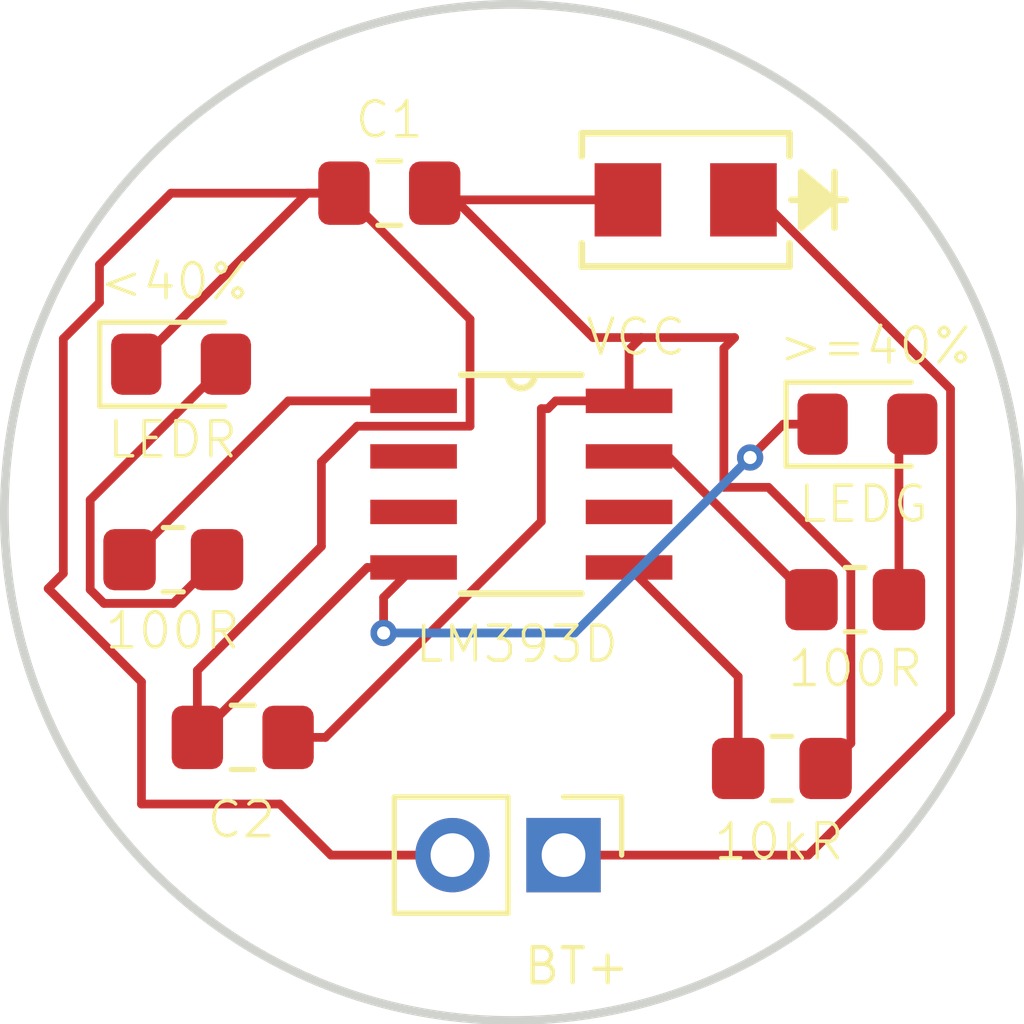
<source format=kicad_pcb>
(kicad_pcb (version 20240108) (generator "pcbnew") (generator_version "8.0")
  (layers (0 "F.Cu" signal) (31 "B.Cu" signal) (34 "B.Paste" user) (35 "F.Paste" user) (36 "B.SilkS" user "B.Silkscreen") (37 "F.SilkS" user "F.Silkscreen") (38 "B.Mask" user) (39 "F.Mask" user) (44 "Edge.Cuts" user))
  (net 0 "")
  (net 1 "Net-(D1-A)")
  (net 2 "Net-(D2-K)")
  (net 4 "Net-(D1-K)")
  (net 6 "Net-(D2-A)")
  (net 8 "Net-(D3-A)")
  (net 9 "Net-(U1-2OUT)")
  (net 10 "Net-(U1-1OUT)")
  (net 11 "Net-(U1-2IN+)")
  (footprint "SS14_Schottky:DO-214AC_VIS" (layer "F.Cu") (at 151.9428 93.2688 180)
    (property "Reference" "D1" (hide yes))
    (property "Value" "Schottky_Diode" (hide yes))
    (fp_line (start 2.3749 1.524) (end 2.3749 0.997553) (stroke (width 0.1524)) (layer "F.SilkS"))
    (fp_line (start 2.3749 -0.997553) (end 2.3749 -1.524) (stroke (width 0.1524)) (layer "F.SilkS"))
    (fp_line (start 2.3749 -1.524) (end -2.3749 -1.524) (stroke (width 0.1524)) (layer "F.SilkS"))
    (fp_line (start -2.3749 1.524) (end 2.3749 1.524) (stroke (width 0.1524)) (layer "F.SilkS"))
    (fp_line (start -2.3749 0.997553) (end -2.3749 1.524) (stroke (width 0.1524)) (layer "F.SilkS"))
    (fp_line (start -2.3749 -1.524) (end -2.3749 -0.997553) (stroke (width 0.1524)) (layer "F.SilkS"))
    (fp_line (start -2.41554 0) (end -3.6576 0) (stroke (width 0.1524)) (layer "F.SilkS"))
    (fp_line (start -2.6416 -0.635) (end -2.6416 0.635) (stroke (width 0.1524)) (layer "F.SilkS"))
    (fp_line (start -3.4036 0) (end -2.6416 0.635) (stroke (width 0.1524)) (layer "F.SilkS"))
    (fp_line (start -3.4036 0) (end -2.6416 0.508) (stroke (width 0.1524)) (layer "F.SilkS"))
    (fp_line (start -3.4036 0) (end -2.6416 0.381) (stroke (width 0.1524)) (layer "F.SilkS"))
    (fp_line (start -3.4036 0) (end -2.6416 0.254) (stroke (width 0.1524)) (layer "F.SilkS"))
    (fp_line (start -3.4036 0) (end -2.6416 0.127) (stroke (width 0.1524)) (layer "F.SilkS"))
    (fp_line (start -3.4036 0) (end -2.6416 -0.127) (stroke (width 0.1524)) (layer "F.SilkS"))
    (fp_line (start -3.4036 0) (end -2.6416 -0.254) (stroke (width 0.1524)) (layer "F.SilkS"))
    (fp_line (start -3.4036 0) (end -2.6416 -0.381) (stroke (width 0.1524)) (layer "F.SilkS"))
    (fp_line (start -3.4036 0) (end -2.6416 -0.508) (stroke (width 0.1524)) (layer "F.SilkS"))
    (fp_line (start -3.4036 0) (end -2.6416 -0.635) (stroke (width 0.1524)) (layer "F.SilkS"))
    (fp_line (start -3.4036 -0.635) (end -3.4036 0.635) (stroke (width 0.1524)) (layer "F.SilkS"))
    (pad "1" smd rect (at -1.3208 0 180) (size 1.524 1.6764) (layers "F.Cu" "F.Paste" "F.Mask") (net 4 "Net-(D1-K)"))
    (pad "2" smd rect (at 1.3208 0 180) (size 1.524 1.6764) (layers "F.Cu" "F.Paste" "F.Mask") (net 1 "Net-(D1-A)"))
  )
  (footprint "Capacitor_SMD:C_0805_2012Metric_Pad1.18x1.45mm_HandSolder" (layer "F.Cu") (at 141.8121 105.5624)
    (property "Reference" "C2" (at -0.0293 1.8796 0) (layer "F.SilkS") (effects (font (size 0.8 0.8) (thickness 0.08))))
    (property "Value" "Capacitor" (hide yes))
    (fp_line (start -0.261252 -0.735) (end 0.261252 -0.735) (stroke (width 0.12)) (layer "F.SilkS"))
    (fp_line (start -0.261252 0.735) (end 0.261252 0.735) (stroke (width 0.12)) (layer "F.SilkS"))
    (pad "1" smd roundrect (at -1.0375 0) (size 1.175 1.45) (layers "F.Cu" "F.Paste" "F.Mask") (roundrect_rratio 0.212766) (net 2 "Net-(D2-K)"))
    (pad "2" smd roundrect (at 1.0375 0) (size 1.175 1.45) (layers "F.Cu" "F.Paste" "F.Mask") (roundrect_rratio 0.212766) (net 1 "Net-(D1-A)"))
  )
  (footprint "Connector_PinHeader_2.54mm:PinHeader_1x02_P2.54mm_Vertical" (layer "F.Cu") (at 149.1488 108.2548 -90)
    (property "Reference" "J1" (hide yes))
    (property "Value" "BT+" (at 2.54 -0.3048 0) (layer "F.SilkS") (effects (font (size 0.8 0.8) (thickness 0.1) (bold yes))))
    (fp_line (start -1.33 3.87) (end 1.33 3.87) (stroke (width 0.12)) (layer "F.SilkS"))
    (fp_line (start -1.33 1.27) (end -1.33 3.87) (stroke (width 0.12)) (layer "F.SilkS"))
    (fp_line (start -1.33 1.27) (end 1.33 1.27) (stroke (width 0.12)) (layer "F.SilkS"))
    (fp_line (start 1.33 1.27) (end 1.33 3.87) (stroke (width 0.12)) (layer "F.SilkS"))
    (fp_line (start -1.33 0) (end -1.33 -1.33) (stroke (width 0.12)) (layer "F.SilkS"))
    (fp_line (start -1.33 -1.33) (end 0 -1.33) (stroke (width 0.12)) (layer "F.SilkS"))
    (pad "1" thru_hole rect (at 0 0 270) (size 1.7 1.7) (drill 1) (layers "*.Cu" "*.Mask") (net 4 "Net-(D1-K)"))
    (pad "2" thru_hole oval (at 0 2.54 270) (size 1.7 1.7) (drill 1) (layers "*.Cu" "*.Mask") (net 2 "Net-(D2-K)"))
  )
  (footprint "Resistor_SMD:R_0805_2012Metric_Pad1.20x1.40mm_HandSolder" (layer "F.Cu") (at 155.8196 102.4128)
    (property "Reference" "100R" (at 0 1.5748 0) (layer "F.SilkS") (effects (font (size 0.8 0.8) (thickness 0.08))))
    (property "Value" "100R" (hide yes))
    (fp_line (start -0.227064 -0.735) (end 0.227064 -0.735) (stroke (width 0.12)) (layer "F.SilkS"))
    (fp_line (start -0.227064 0.735) (end 0.227064 0.735) (stroke (width 0.12)) (layer "F.SilkS"))
    (pad "1" smd roundrect (at -1 0) (size 1.2 1.4) (layers "F.Cu" "F.Paste" "F.Mask") (roundrect_rratio 0.208333) (net 9 "Net-(U1-2OUT)"))
    (pad "2" smd roundrect (at 1 0) (size 1.2 1.4) (layers "F.Cu" "F.Paste" "F.Mask") (roundrect_rratio 0.208333) (net 8 "Net-(D3-A)"))
  )
  (footprint "LED_SMD:LED_0805_2012Metric_Pad1.15x1.40mm_HandSolder" (layer "F.Cu") (at 156.0994 98.3996)
    (property "Reference" "LEDG" (at -0.0926 1.8288 0) (layer "F.SilkS") (effects (font (size 0.8 0.8) (thickness 0.08))))
    (property "Value" "LED_Green" (hide yes))
    (fp_line (start -1.86 -0.96) (end -1.86 0.96) (stroke (width 0.12)) (layer "F.SilkS"))
    (fp_line (start -1.86 0.96) (end 1 0.96) (stroke (width 0.12)) (layer "F.SilkS"))
    (fp_line (start 1 -0.96) (end -1.86 -0.96) (stroke (width 0.12)) (layer "F.SilkS"))
    (pad "1" smd roundrect (at -1.025 0) (size 1.15 1.4) (layers "F.Cu" "F.Paste" "F.Mask") (roundrect_rratio 0.217391) (net 2 "Net-(D2-K)"))
    (pad "2" smd roundrect (at 1.025 0) (size 1.15 1.4) (layers "F.Cu" "F.Paste" "F.Mask") (roundrect_rratio 0.217391) (net 8 "Net-(D3-A)"))
  )
  (footprint "Capacitor_SMD:C_0805_2012Metric_Pad1.18x1.45mm_HandSolder" (layer "F.Cu") (at 145.1649 93.1164)
    (property "Reference" "C1" (at 0 -1.68 0) (layer "F.SilkS") (effects (font (size 0.8 0.8) (thickness 0.08))))
    (property "Value" "Capacitor" (hide yes))
    (fp_line (start -0.261252 -0.735) (end 0.261252 -0.735) (stroke (width 0.12)) (layer "F.SilkS"))
    (fp_line (start -0.261252 0.735) (end 0.261252 0.735) (stroke (width 0.12)) (layer "F.SilkS"))
    (pad "1" smd roundrect (at -1.0375 0) (size 1.175 1.45) (layers "F.Cu" "F.Paste" "F.Mask") (roundrect_rratio 0.212766) (net 2 "Net-(D2-K)"))
    (pad "2" smd roundrect (at 1.0375 0) (size 1.175 1.45) (layers "F.Cu" "F.Paste" "F.Mask") (roundrect_rratio 0.212766) (net 1 "Net-(D1-A)"))
  )
  (footprint "LED_SMD:LED_0805_2012Metric_Pad1.15x1.40mm_HandSolder" (layer "F.Cu") (at 140.4022 97.028)
    (property "Reference" "LEDR" (at -0.1942 1.7272 0) (layer "F.SilkS") (effects (font (size 0.8 0.8) (thickness 0.08))))
    (property "Value" "LED_Red" (hide yes))
    (fp_line (start -1.86 -0.96) (end -1.86 0.96) (stroke (width 0.12)) (layer "F.SilkS"))
    (fp_line (start -1.86 0.96) (end 1 0.96) (stroke (width 0.12)) (layer "F.SilkS"))
    (fp_line (start 1 -0.96) (end -1.86 -0.96) (stroke (width 0.12)) (layer "F.SilkS"))
    (pad "1" smd roundrect (at -1.025 0) (size 1.15 1.4) (layers "F.Cu" "F.Paste" "F.Mask") (roundrect_rratio 0.217391) (net 2 "Net-(D2-K)"))
    (pad "2" smd roundrect (at 1.025 0) (size 1.15 1.4) (layers "F.Cu" "F.Paste" "F.Mask") (roundrect_rratio 0.217391) (net 6 "Net-(D2-A)"))
  )
  (footprint "Resistor_SMD:R_0805_2012Metric_Pad1.20x1.40mm_HandSolder" (layer "F.Cu") (at 140.224 101.4984)
    (property "Reference" "100R" (at -0.016 1.6256 0) (layer "F.SilkS") (effects (font (size 0.8 0.8) (thickness 0.08))))
    (property "Value" "100R" (hide yes))
    (fp_line (start -0.227064 -0.735) (end 0.227064 -0.735) (stroke (width 0.12)) (layer "F.SilkS"))
    (fp_line (start -0.227064 0.735) (end 0.227064 0.735) (stroke (width 0.12)) (layer "F.SilkS"))
    (pad "1" smd roundrect (at -1 0) (size 1.2 1.4) (layers "F.Cu" "F.Paste" "F.Mask") (roundrect_rratio 0.208333) (net 10 "Net-(U1-1OUT)"))
    (pad "2" smd roundrect (at 1 0) (size 1.2 1.4) (layers "F.Cu" "F.Paste" "F.Mask") (roundrect_rratio 0.208333) (net 6 "Net-(D2-A)"))
  )
  (footprint "Resistor_SMD:R_0805_2012Metric_Pad1.20x1.40mm_HandSolder" (layer "F.Cu") (at 154.1432 106.2736)
    (property "Reference" "10kR" (at -0.0668 1.6764 0) (layer "F.SilkS") (effects (font (size 0.8 0.8) (thickness 0.08))))
    (property "Value" "10kR" (hide yes))
    (fp_line (start -0.227064 -0.735) (end 0.227064 -0.735) (stroke (width 0.12)) (layer "F.SilkS"))
    (fp_line (start -0.227064 0.735) (end 0.227064 0.735) (stroke (width 0.12)) (layer "F.SilkS"))
    (pad "1" smd roundrect (at -1 0) (size 1.2 1.4) (layers "F.Cu" "F.Paste" "F.Mask") (roundrect_rratio 0.208333) (net 11 "Net-(U1-2IN+)"))
    (pad "2" smd roundrect (at 1 0) (size 1.2 1.4) (layers "F.Cu" "F.Paste" "F.Mask") (roundrect_rratio 0.208333) (net 1 "Net-(D1-A)"))
  )
  (footprint "LM393D:D8" (layer "F.Cu") (at 148.1836 99.7712)
    (property "Reference" "U1" (hide yes))
    (property "Value" "LM393D" (at -0.1016 3.6576 0) (layer "F.SilkS") (effects (font (size 0.8 0.8) (thickness 0.08))))
    (fp_line (start -1.373653 2.5019) (end 1.373653 2.5019) (stroke (width 0.1524)) (layer "F.SilkS"))
    (fp_line (start 1.373653 -2.5019) (end -1.373653 -2.5019) (stroke (width 0.1524)) (layer "F.SilkS"))
    (fp_arc (start 0.3048 -2.5019) (mid 0 -2.1971) (end -0.3048 -2.5019) (stroke (width 0.1524)) (layer "F.SilkS"))
    (pad "1" smd rect (at -2.4638 -1.905) (size 1.9812 0.5588) (layers "F.Cu" "F.Paste" "F.Mask") (net 10 "Net-(U1-1OUT)"))
    (pad "2" smd rect (at -2.4638 -0.635) (size 1.9812 0.5588) (layers "F.Cu" "F.Paste" "F.Mask"))
    (pad "3" smd rect (at -2.4638 0.635) (size 1.9812 0.5588) (layers "F.Cu" "F.Paste" "F.Mask"))
    (pad "4" smd rect (at -2.4638 1.905) (size 1.9812 0.5588) (layers "F.Cu" "F.Paste" "F.Mask") (net 2 "Net-(D2-K)"))
    (pad "5" smd rect (at 2.4638 1.905) (size 1.9812 0.5588) (layers "F.Cu" "F.Paste" "F.Mask") (net 11 "Net-(U1-2IN+)"))
    (pad "6" smd rect (at 2.4638 0.635) (size 1.9812 0.5588) (layers "F.Cu" "F.Paste" "F.Mask"))
    (pad "7" smd rect (at 2.4638 -0.635) (size 1.9812 0.5588) (layers "F.Cu" "F.Paste" "F.Mask") (net 9 "Net-(U1-2OUT)"))
    (pad "8" smd rect (at 2.4638 -1.905) (size 1.9812 0.5588) (layers "F.Cu" "F.Paste" "F.Mask") (net 1 "Net-(D1-A)"))
  )
  (gr_circle (center 147.9804 100.417758) (end 159.599758 100.417758) (stroke (width 0.2)) (fill none) (layer "Edge.Cuts"))
  (gr_text ">=40%" (at 154.0256 97.0788 0) (layer "F.SilkS") (effects (font (size 0.8 0.8) (thickness 0.08)) (justify left bottom)))
  (gr_text "<40%" (at 138.4808 95.6056 0) (layer "F.SilkS") (effects (font (size 0.8 0.8) (thickness 0.08)) (justify left bottom)))
  (gr_text "VCC" (at 149.606 96.8756 0) (layer "F.SilkS") (effects (font (size 0.8 0.8) (thickness 0.08)) (justify left bottom)))
  (segment (start 153.0604 96.4184) (end 152.816 96.6628) (width 0.2) (layer "F.Cu") (net 1))
  (segment (start 146.2024 93.4212) (end 146.2024 93.1164) (width 0.2) (layer "F.Cu") (net 1))
  (segment (start 143.7036 105.5624) (end 148.6408 100.6252) (width 0.2) (layer "F.Cu") (net 1))
  (segment (start 148.6408 98.044) (end 148.7932 98.044) (width 0.2) (layer "F.Cu") (net 1))
  (segment (start 148.7932 98.044) (end 148.971 97.8662) (width 0.2) (layer "F.Cu") (net 1))
  (segment (start 148.6408 100.6252) (end 148.6408 98.044) (width 0.2) (layer "F.Cu") (net 1))
  (segment (start 152.816 96.6628) (end 152.816 99.843514) (width 0.2) (layer "F.Cu") (net 1))
  (segment (start 150.9268 96.4184) (end 153.0604 96.4184) (width 0.2) (layer "F.Cu") (net 1))
  (segment (start 149.824271 96.4184) (end 150.9268 96.4184) (width 0.2) (layer "F.Cu") (net 1))
  (segment (start 146.3548 93.2688) (end 146.2024 93.1164) (width 0.2) (layer "F.Cu") (net 1))
  (segment (start 148.971 97.8662) (end 150.6474 97.8662) (width 0.2) (layer "F.Cu") (net 1))
  (segment (start 150.6474 97.8662) (end 150.6474 96.6978) (width 0.2) (layer "F.Cu") (net 1))
  (segment (start 146.2024 93.1164) (end 146.522271 93.1164) (width 0.2) (layer "F.Cu") (net 1))
  (segment (start 153.835058 99.843514) (end 155.7196 101.728056) (width 0.2) (layer "F.Cu") (net 1))
  (segment (start 150.622 93.2688) (end 146.3548 93.2688) (width 0.2) (layer "F.Cu") (net 1))
  (segment (start 142.8496 105.5624) (end 143.7036 105.5624) (width 0.2) (layer "F.Cu") (net 1))
  (segment (start 152.816 99.843514) (end 153.835058 99.843514) (width 0.2) (layer "F.Cu") (net 1))
  (segment (start 155.7196 105.6972) (end 155.1432 106.2736) (width 0.2) (layer "F.Cu") (net 1))
  (segment (start 150.6474 96.6978) (end 150.9268 96.4184) (width 0.2) (layer "F.Cu") (net 1))
  (segment (start 155.7196 101.728056) (end 155.7196 105.6972) (width 0.2) (layer "F.Cu") (net 1))
  (segment (start 146.522271 93.1164) (end 149.824271 96.4184) (width 0.2) (layer "F.Cu") (net 1))
  (segment (start 155.0744 98.3996) (end 154.178 98.3996) (width 0.2) (layer "F.Cu") (net 2))
  (segment (start 143.6116 99.2632) (end 144.4292 98.4456) (width 0.2) (layer "F.Cu") (net 2))
  (segment (start 140.7746 105.5624) (end 144.6608 101.6762) (width 0.2) (layer "F.Cu") (net 2))
  (segment (start 137.709099 96.445264) (end 138.536503 95.61786) (width 0.2) (layer "F.Cu") (net 2))
  (segment (start 138.536503 94.751145) (end 140.171248 93.1164) (width 0.2) (layer "F.Cu") (net 2))
  (segment (start 139.4968 104.2924) (end 137.3632 102.1588) (width 0.2) (layer "F.Cu") (net 2))
  (segment (start 140.171248 93.1164) (end 144.1274 93.1164) (width 0.2) (layer "F.Cu") (net 2))
  (segment (start 137.709099 101.812901) (end 137.709099 96.445264) (width 0.2) (layer "F.Cu") (net 2))
  (segment (start 144.4292 98.4456) (end 147.0104 98.4456) (width 0.2) (layer "F.Cu") (net 2))
  (segment (start 139.4968 107.0864) (end 139.4968 104.2924) (width 0.2) (layer "F.Cu") (net 2))
  (segment (start 143.6116 101.1936) (end 143.6116 99.2632) (width 0.2) (layer "F.Cu") (net 2))
  (segment (start 137.3632 102.1588) (end 137.709099 101.812901) (width 0.2) (layer "F.Cu") (net 2))
  (segment (start 138.536503 95.61786) (end 138.536503 94.751145) (width 0.2) (layer "F.Cu") (net 2))
  (segment (start 142.66157 107.0864) (end 139.4968 107.0864) (width 0.2) (layer "F.Cu") (net 2))
  (segment (start 147.0104 98.4456) (end 147.0104 95.9994) (width 0.2) (layer "F.Cu") (net 2))
  (segment (start 145.034 102.362) (end 145.7198 101.6762) (width 0.2) (layer "F.Cu") (net 2))
  (segment (start 140.7746 105.5624) (end 140.7746 104.0306) (width 0.2) (layer "F.Cu") (net 2))
  (segment (start 155.0744 98.3996) (end 155.0744 98.824) (width 0.2) (layer "F.Cu") (net 2))
  (segment (start 143.82997 108.2548) (end 142.66157 107.0864) (width 0.2) (layer "F.Cu") (net 2))
  (segment (start 147.0104 95.9994) (end 144.1274 93.1164) (width 0.2) (layer "F.Cu") (net 2))
  (segment (start 144.6608 101.6762) (end 145.7198 101.6762) (width 0.2) (layer "F.Cu") (net 2))
  (segment (start 145.034 103.1748) (end 145.034 102.362) (width 0.2) (layer "F.Cu") (net 2))
  (segment (start 145.7198 101.6762) (end 145.0086 101.6762) (width 0.2) (layer "F.Cu") (net 2))
  (segment (start 154.178 98.3996) (end 153.416 99.1616) (width 0.2) (layer "F.Cu") (net 2))
  (segment (start 143.2888 93.1164) (end 144.1274 93.1164) (width 0.2) (layer "F.Cu") (net 2))
  (segment (start 140.7746 104.0306) (end 143.6116 101.1936) (width 0.2) (layer "F.Cu") (net 2))
  (segment (start 139.3772 97.028) (end 143.2888 93.1164) (width 0.2) (layer "F.Cu") (net 2))
  (segment (start 143.6624 93.5814) (end 144.1274 93.1164) (width 0.2) (layer "F.Cu") (net 2))
  (segment (start 146.6088 108.2548) (end 143.82997 108.2548) (width 0.2) (layer "F.Cu") (net 2))
  (via (at 145.034 103.1748) (size 0.6) (drill 0.3) (layers "F.Cu" "B.Cu") (net 2))
  (via (at 153.416 99.1616) (size 0.6) (drill 0.3) (layers "F.Cu" "B.Cu") (net 2))
  (segment (start 149.4028 103.1748) (end 145.034 103.1748) (width 0.2) (layer "B.Cu") (net 2))
  (segment (start 153.416 99.1616) (end 149.4028 103.1748) (width 0.2) (layer "B.Cu") (net 2))
  (segment (start 157.9994 105.002144) (end 157.9994 97.5982) (width 0.2) (layer "F.Cu") (net 4))
  (segment (start 149.1488 108.2548) (end 154.746744 108.2548) (width 0.2) (layer "F.Cu") (net 4))
  (segment (start 154.746744 108.2548) (end 157.9994 105.002144) (width 0.2) (layer "F.Cu") (net 4))
  (segment (start 157.9994 97.5982) (end 153.67 93.2688) (width 0.2) (layer "F.Cu") (net 4))
  (segment (start 153.67 93.2688) (end 153.2636 93.2688) (width 0.2) (layer "F.Cu") (net 4))
  (segment (start 140.224 102.4984) (end 138.639256 102.4984) (width 0.2) (layer "F.Cu") (net 6))
  (segment (start 138.639256 102.4984) (end 138.324 102.183144) (width 0.2) (layer "F.Cu") (net 6))
  (segment (start 141.224 101.4984) (end 140.224 102.4984) (width 0.2) (layer "F.Cu") (net 6))
  (segment (start 138.324 100.1312) (end 141.4272 97.028) (width 0.2) (layer "F.Cu") (net 6))
  (segment (start 138.324 102.183144) (end 138.324 100.1312) (width 0.2) (layer "F.Cu") (net 6))
  (segment (start 156.8196 102.4128) (end 156.8196 98.7044) (width 0.2) (layer "F.Cu") (net 8))
  (segment (start 156.8196 98.7044) (end 157.1244 98.3996) (width 0.2) (layer "F.Cu") (net 8))
  (segment (start 150.6474 99.1362) (end 151.543 99.1362) (width 0.2) (layer "F.Cu") (net 9))
  (segment (start 151.543 99.1362) (end 154.8196 102.4128) (width 0.2) (layer "F.Cu") (net 9))
  (segment (start 139.224 101.4984) (end 142.8562 97.8662) (width 0.2) (layer "F.Cu") (net 10))
  (segment (start 142.8562 97.8662) (end 145.7198 97.8662) (width 0.2) (layer "F.Cu") (net 10))
  (segment (start 153.1432 106.2736) (end 153.1432 104.172) (width 0.2) (layer "F.Cu") (net 11))
  (segment (start 153.1432 104.172) (end 150.6474 101.6762) (width 0.2) (layer "F.Cu") (net 11))
)
</source>
